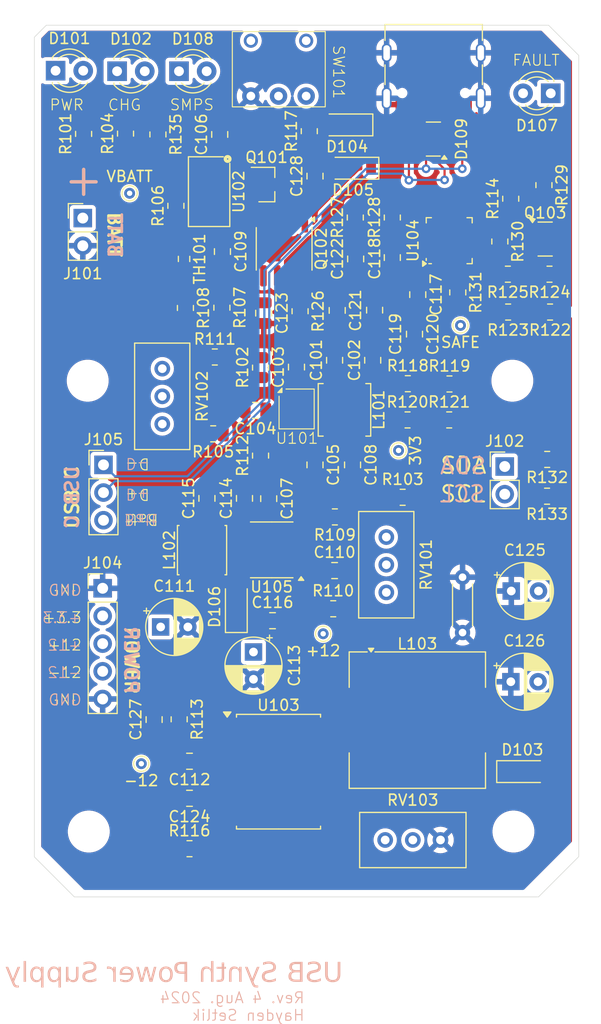
<source format=kicad_pcb>
(kicad_pcb (version 20240108) (generator "pcbnew") (generator_version "8.0")
  (layers (0 "F.Cu" signal) (1 "In1.Cu" signal) (2 "In2.Cu" signal) (31 "B.Cu" signal) (34 "B.Paste" user) (35 "F.Paste" user) (36 "B.SilkS" user "B.Silkscreen") (37 "F.SilkS" user "F.Silkscreen") (38 "B.Mask" user) (39 "F.Mask" user) (44 "Edge.Cuts" user))
  (net 0 "")
  (net 1 "V_PWR")
  (net 2 "GND")
  (net 3 "VCC")
  (net 4 "VDD")
  (net 5 "+3.3V")
  (net 6 "VBATT")
  (net 7 "Net-(U105-Vc)")
  (net 8 "Net-(C110-Pad2)")
  (net 9 "Net-(R103-Pad1)")
  (net 10 "+12V")
  (net 11 "-12V")
  (net 12 "Net-(D101-K)")
  (net 13 "Net-(D101-A)")
  (net 14 "Net-(D102-A)")
  (net 15 "Net-(D102-K)")
  (net 16 "Net-(U101-VAUX)")
  (net 17 "Net-(U101-L2)")
  (net 18 "Net-(U101-L1)")
  (net 19 "Net-(D106-A)")
  (net 20 "Net-(U104-VCCD)")
  (net 22 "Net-(C121-Pad2)")
  (net 24 "BATT_REF")
  (net 25 "Net-(U102-PROG)")
  (net 26 "Net-(U105-FB)")
  (net 27 "Net-(U102-THERM)")
  (net 29 "Net-(U101-EN)")
  (net 30 "USBC_D+")
  (net 31 "USBC_D-")
  (net 32 "/VBUS")
  (net 33 "Net-(D107-K)")
  (net 34 "SCL")
  (net 35 "SDA")
  (net 36 "/CC2")
  (net 37 "/CC1")
  (net 38 "Net-(Q102A-G1)")
  (net 39 "Net-(Q102A-S1)")
  (net 40 "Net-(Q103-D)")
  (net 41 "Net-(Q103-G)")
  (net 42 "Net-(U104-FLIP)")
  (net 43 "/VBUS_MIN")
  (net 44 "/VBUS_MAX")
  (net 45 "/I_COARSE")
  (net 46 "/I_FINE")
  (net 47 "Net-(U104-VBUS_FET_EN)")
  (net 48 "Net-(U104-SAFE_PWR_EN)")
  (net 49 "Net-(R131-Pad2)")
  (net 56 "Net-(U101-FB)")
  (net 57 "Net-(R111-Pad1)")
  (net 58 "Net-(U101-PG)")
  (net 60 "Net-(U103-CAP)")
  (net 61 "Net-(D103-K)")
  (net 63 "Net-(D105-A)")
  (net 64 "Net-(U103-FB2)")
  (net 65 "Net-(U103-DC)")
  (net 67 "Net-(D108-K)")
  (footprint "Resistor_SMD:R_0805_2012Metric" (layer "F.Cu") (at 4.525 9.975 90)
    (property "Reference" "R101")
    (property "Value" "470")
  )
  (footprint "Diode_SMD:D_SOD-123" (layer "F.Cu") (at 29.275 13.125 180)
    (property "Reference" "D105")
    (property "Value" "PMEG3030")
  )
  (footprint "Capacitor_SMD:C_0805_2012Metric" (layer "F.Cu") (at 14.25 67.55 180)
    (property "Reference" "C112")
    (property "Value" "1n")
  )
  (footprint "Resistor_SMD:R_0805_2012Metric" (layer "F.Cu") (at 47.1 39.85 180)
    (property "Reference" "R132")
    (property "Value" "2k2")
  )
  (footprint "Connector_USB:USB_C_Receptacle_Palconn_UTC16-G" (layer "F.Cu") (at 36.675 4.775 180)
    (property "Reference" "J103" (hide yes))
    (property "Value" "USB_C")
  )
  (footprint "Capacitor_SMD:C_0805_2012Metric" (layer "F.Cu") (at 19.300001 43.425 90)
    (property "Reference" "C114")
    (property "Value" "1u")
  )
  (footprint "Resistor_SMD:R_0805_2012Metric" (layer "F.Cu") (at 13 16.575 90)
    (property "Reference" "R106")
    (property "Value" "3k3")
  )
  (footprint "Connector_PinHeader_2.54mm:PinHeader_1x03_P2.54mm_Vertical" (layer "F.Cu") (at 6.35 40.35)
    (property "Reference" "J105")
    (property "Value" "DATA1")
  )
  (footprint "Capacitor_SMD:C_0805_2012Metric" (layer "F.Cu") (at 20.306853 35.35 180)
    (property "Reference" "C104")
    (property "Value" "100n")
  )
  (footprint "Resistor_SMD:R_0805_2012Metric" (layer "F.Cu") (at 34.3 32.9)
    (property "Reference" "R118")
    (property "Value" "DNP")
  )
  (footprint "Resistor_SMD:R_0805_2012Metric" (layer "F.Cu") (at 43.487499 22.85 180)
    (property "Reference" "R125")
    (property "Value" "100")
  )
  (footprint "TestPoint:TestPoint_THTPad_D1.0mm_Drill0.5mm_VAL" (layer "F.Cu") (at 8.75 15.425 180)
    (property "Reference" "TP103" (hide yes))
    (property "Value" "VBATT")
  )
  (footprint "Capacitor_SMD:C_0805_2012Metric" (layer "F.Cu") (at 15.850001 43.425 90)
    (property "Reference" "C115")
    (property "Value" "22u")
  )
  (footprint "Resistor_SMD:R_0805_2012Metric" (layer "F.Cu") (at 47.0875 43.225 180)
    (property "Reference" "R133")
    (property "Value" "2k2")
  )
  (footprint "PCM_4ms_Package_SOT:SOT-23" (layer "F.Cu") (at 21.325 14.625)
    (property "Reference" "Q101")
    (property "Value" "BSH205G2A")
  )
  (footprint "Capacitor_SMD:C_0805_2012Metric" (layer "F.Cu") (at 24.075 31.375 90)
    (property "Reference" "C103")
    (property "Value" "10u")
  )
  (footprint "Capacitor_SMD:C_0805_2012Metric" (layer "F.Cu") (at 35.2125 24.725 -90)
    (property "Reference" "C117")
    (property "Value" "4u7")
  )
  (footprint "Resistor_SMD:R_0805_2012Metric" (layer "F.Cu") (at 13.3 63.7 -90)
    (property "Reference" "R113")
    (property "Value" "5k1")
  )
  (footprint "TestPoint:TestPoint_THTPad_D1.0mm_Drill0.5mm_VAL" (layer "F.Cu") (at 9.825 67.775)
    (property "Reference" "TP102" (hide yes))
    (property "Value" "-12")
  )
  (footprint "LED_THT:LED_D3.0mm" (layer "F.Cu") (at 13.285 4.225)
    (property "Reference" "D108")
    (property "Value" "SMPS")
  )
  (footprint "Capacitor_THT:CP_Radial_D5.0mm_P2.50mm" (layer "F.Cu") (at 11.6 55.225)
    (property "Reference" "C111")
    (property "Value" "330u")
  )
  (footprint "Resistor_SMD:R_0805_2012Metric" (layer "F.Cu") (at 27.45 53.554999)
    (property "Reference" "R110")
    (property "Value" "33k")
  )
  (footprint "Resistor_SMD:R_0805_2012Metric" (layer "F.Cu") (at 32.875 17.649999 90)
    (property "Reference" "R128")
    (property "Value" "2k2")
  )
  (footprint "TestPoint:TestPoint_THTPad_D1.0mm_Drill0.5mm_VAL" (layer "F.Cu") (at 26.525 55.85)
    (property "Reference" "TP105" (hide yes))
    (property "Value" "+12")
  )
  (footprint "Package_DFN_QFN:QFN-24-1EP_4x4mm_P0.5mm_EP2.75x2.75mm" (layer "F.Cu") (at 38.1 19.775 90)
    (property "Reference" "U104")
    (property "Value" "CYPD3177-24LQ")
  )
  (footprint "Resistor_SMD:R_0805_2012Metric" (layer "F.Cu") (at 34.275 36.225)
    (property "Reference" "R120")
    (property "Value" "DNP")
  )
  (footprint "Resistor_SMD:R_0805_2012Metric" (layer "F.Cu") (at 38.125 32.925)
    (property "Reference" "R119")
    (property "Value" "100")
  )
  (footprint "Capacitor_SMD:C_0805_2012Metric" (layer "F.Cu") (at 31.075 30.75 90)
    (property "Reference" "C102")
    (property "Value" "10u")
  )
  (footprint "Resistor_SMD:R_0805_2012Metric" (layer "F.Cu") (at 38.1 36.225)
    (property "Reference" "R121")
    (property "Value" "100")
  )
  (footprint "Resistor_SMD:R_0805_2012Metric" (layer "F.Cu") (at 17.225 25.925 -90)
    (property "Reference" "R107")
    (property "Value" "33k")
  )
  (footprint "Package_SO:SOIC-8_3.9x4.9mm_P1.27mm" (layer "F.Cu") (at 21.800002 48.15 180)
    (property "Reference" "U105")
    (property "Value" "CS5173")
  )
  (footprint "Resistor_SMD:R_0805_2012Metric" (layer "F.Cu") (at 16.425 37.5 180)
    (property "Reference" "R105")
    (property "Value" "47k")
  )
  (footprint "Resistor_SMD:R_0805_2012Metric" (layer "F.Cu") (at 47.3625 26.325 180)
    (property "Reference" "R122")
    (property "Value" "10k")
  )
  (footprint "TestPoint:TestPoint_THTPad_D1.0mm_Drill0.5mm_VAL" (layer "F.Cu") (at 33.45 39.025 90)
    (property "Reference" "TP101" (hide yes))
    (property "Value" "3V3")
  )
  (footprint "Capacitor_THT:CP_Radial_D5.0mm_P2.50mm" (layer "F.Cu") (at 20.125 57.525 -90)
    (property "Reference" "C113")
    (property "Value" "330u")
  )
  (footprint "Capacitor_SMD:C_0805_2012Metric" (layer "F.Cu") (at 17.025 10.025 90)
    (property "Reference" "C106")
    (property "Value" "2u2")
  )
  (footprint "Package_DFN_QFN:TXN_QFN15" (layer "F.Cu") (at 24.1 35.217456)
    (property "Reference" "U101")
    (property "Value" "TPS63070")
  )
  (footprint "Package_SO:MSOP-10_3x3mm_P0.5mm" (layer "F.Cu") (at 16.05 15.275 -90)
    (property "Reference" "U102")
    (property "Value" "MCP73834T" (hide yes))
  )
  (footprint "LED_THT:LED_D3.0mm" (layer "F.Cu") (at 7.6 4.225)
    (property "Reference" "D102")
    (property "Value" "CHG")
  )
  (footprint "Potentiometer_THT:Potentiometer_Bourns_3296W_Vertical" (layer "F.Cu") (at 37.3 74.775)
    (property "Reference" "RV103")
    (property "Value" "10k")
  )
  (footprint "Resistor_SMD:R_0805_2012Metric" (layer "F.Cu") (at 47.3125 22.85 180)
    (property "Reference" "R124")
    (property "Value" "DNP")
  )
  (footprint "Package_SO:SOIC-8_3.9x4.9mm_P1.27mm" (layer "F.Cu") (at 22.94 20.524999 -90)
    (property "Reference" "Q102")
    (property "Value" "DMP6050SSD")
  )
  (footprint "Resistor_SMD:R_0805_2012Metric" (layer "F.Cu") (at 8.375 9.95 90)
    (property "Reference" "R104")
    (property "Value" "470")
  )
  (footprint "Resistor_SMD:R_0805_2012Metric" (layer "F.Cu") (at 42.75 19.85 -90)
    (property "Reference" "R130")
    (property "Value" "10k")
  )
  (footprint "LED_THT:LED_D3.0mm" (layer "F.Cu") (at 1.95 4.175)
    (property "Reference" "D101")
    (property "Value" "PWR")
  )
  (footprint "Resistor_SMD:R_0805_2012Metric" (layer "F.Cu") (at 38.8875 24.525 -90)
    (property "Reference" "R131")
    (property "Value" "2k2")
  )
  (footprint "Capacitor_SMD:C_0805_2012Metric" (layer "F.Cu") (at 25.775 13.85 90)
    (property "Reference" "C128")
    (property "Value" "1u")
  )
  (footprint "Potentiometer_THT:Potentiometer_Bourns_3296W_Vertical" (layer "F.Cu") (at 32.325 52.054999 -90)
    (property "Reference" "RV101")
    (property "Value" "10k")
  )
  (footprint "Capacitor_SMD:C_0805_2012Metric" (layer "F.Cu") (at 32.875 21.324999 -90)
    (property "Reference" "C118")
    (property "Value" "100n")
  )
  (footprint "Resistor_SMD:R_0805_2012Metric" (layer "F.Cu") (at 13.875 25.95 -90)
    (property "Reference" "R108")
    (property "Value" "100k")
  )
  (footprint "Resistor_SMD:R_0805_2012Metric" (layer "F.Cu") (at 24.405 26.249999 -90)
    (property "Reference" "R126")
    (property "Value" "22k")
  )
  (footprint "Capacitor_THT:CP_Radial_D5.0mm_P2.50mm" (layer "F.Cu") (at 43.8 51.925)
    (property "Reference" "C125")
    (property "Value" "220u")
  )
  (footprint "Resistor_SMD:R_0805_2012Metric" (layer "F.Cu") (at 43.75 15.925 90)
    (property "Reference" "R114")
    (property "Value" "4k7")
  )
  (footprint "Resistor_SMD:R_0805_2012Metric" (layer "F.Cu") (at 43.5125 26.325 180)
    (property "Reference" "R123")
    (property "Value" "5k1")
  )
  (footprint "Capacitor_SMD:C_0805_2012Metric" (layer "F.Cu") (at 27.575001 50.05)
    (property "Reference" "C110")
    (property "Value" "10n")
  )
  (footprint "Connector_PinHeader_2.54mm:PinHeader_1x05_P2.54mm_Vertical" (layer "F.Cu") (at 6.275 51.675)
    (property "Reference" "J104")
    (property "Value" "PWR")
  )
  (footprint "Package_TO_SOT_SMD:SOT-143" (layer "F.Cu") (at 36.65 10.45 180)
    (property "Reference" "D109")
    (property "Value" "SP0503BAHT")
  )
  (footprint "Diode_SMD:D_SOD-123" (layer "F.Cu") (at 28.725 9.15 180)
    (property "Reference" "D104")
    (property "Value" "PMEG3030")
  )
  (footprint "Resistor_SMD:R_0805_2012Metric" (layer "F.Cu") (at 11.35 10.025 -90)
    (property "Reference" "R135")
    (property "Value" "470")
  )
  (footprint "Capacitor_SMD:C_0805_2012Metric" (layer "F.Cu") (at 34.9125 28.35 -90)
    (property "Reference" "C120")
    (property "Value" "4u7")
  )
  (footprint "Resistor_SMD:R_0805_2012Metric" (layer "F.Cu") (at 20.775 31.425 -90)
    (property "Reference" "R102")
    (property "Value" "10k")
  )
  (footprint "Capacitor_SMD:C_0805_2012Metric" (layer "F.Cu") (at 11 63.725 90)
    (property "Reference" "C127")
    (property "Value" "10u")
  )
  (footprint "Capacitor_SMD:C_0805_2012Metric" (layer "F.Cu") (at 21.065 26.424999 -90)
    (property "Reference" "C123")
    (property "Value" "1u")
  )
  (footprint "Resistor_SMD:R_0805_2012Metric" (layer "F.Cu") (at 16.575 30.45)
    (property "Reference" "R111")
    (property "Value" "5k1")
  )
  (footprint "Resistor_SMD:R_0805_2012Metric" (layer "F.Cu") (at 29.475 17.649999 90)
    (property "Reference" "R127")
    (property "Value" "2k2")
  )
  (footprint "Potentiometer_THT:Potentiometer_Bourns_3296W_Vertical" (layer "F.Cu") (at 11.75 36.6 -90)
    (property "Reference" "RV102")
    (property "Value" "10k")
  )
  (footprint "Connector_PinHeader_2.54mm:PinHeader_1x02_P2.54mm_Vertical" (layer "F.Cu") (at 4.45 17.7)
    (property "Reference" "J101")
    (property "Value" "BATTERY")
  )
  (footprint "TestPoint:TestPoint_THTPad_D1.0mm_Drill0.5mm_VAL" (layer "F.Cu") (at 39.1375 27.55)
    (property "Reference" "TP104" (hide yes))
    (property "Value" "SAFE")
  )
  (footprint "Diode_SMD:D_SOD-123" (layer "F.Cu") (at 18.550002 53.375 90)
    (property "Reference" "D106")
    (property "Value" "PMEG3030")
  )
  (footprint "Package_SO:SOIC-16W_7.5x10.3mm_P1.27mm" (layer "F.Cu") (at 22.425 68.505)
    (property "Reference" "U103")
    (property "Value" "NCV33163")
  )
  (footprint "Capacitor_SMD:C_0805_2012Metric" (layer "F.Cu") (at 27.815 26.174999 -90)
    (property "Reference" "C121")
    (property "Value" "4u7")
  )
  (footprint "Capacitor_SMD:C_0805_2012Metric" (layer "F.Cu") (at 31.25 26.15 -90)
    (property "Reference" "C119")
    (property "Value" "100n")
  )
  (footprint "Resistor_SMD:R_0805_2012Metric" (layer "F.Cu") (at 46.8 14.675 -90)
    (property "Reference" "R129")
    (property "Value" "10k")
  )
  (footprint "Resistor_SMD:R_0805_2012Metric" (layer "F.Cu") (at 33.825 43.325)
    (property "Reference" "R103")
    (property "Value" "1k")
  )
  (footprint "Resistor_THT:R_Axial_DIN0204_L3.6mm_D1.6mm_P5.08mm_Horizontal" (layer "F.Cu") (at 39.325 55.74 90)
    (property "Reference" "R115" (hide yes))
    (property "Value" "LOOP")
  )
  (footprint "Capacitor_SMD:C_0805_2012Metric" (layer "F.Cu") (at 14.25 70.95 180)
    (property "Reference" "C124")
    (property "Value" "1u")
  )
  (footprint "Capacitor_THT:CP_Radial_D5.0mm_P2.50mm" (layer "F.Cu") (at 43.760113 60.25)
    (property "Reference" "C126")
    (property "Value" "220u")
  )
  (footprint "Inductor_SMD:L_Coilcraft_XAL4020-XXX" (layer "F.Cu") (at 28.481853 35.3 -90)
    (property "Reference" "L101")
    (property "Value" "1u5")
  )
  (footprint "Inductor_SMD:L_Changjiang_FNR4010S" (layer "F.Cu") (at 15.400001 48.175 90)
    (property "Reference" "L102")
    (property "Value" "22uH")
  )
  (footprint "Package_TO_SOT_SMD:SOT-23" (layer "F.Cu") (at 46.9125 19.625)
    (property "Reference" "Q103")
    (property "Value" "2N7002H")
  )
  (footprint "Capacitor_SMD:C_0805_2012Metric" (layer "F.Cu") (at 27.575 30.749999 90)
    (property "Reference" "C101")
    (property "Value" "10u")
  )
  (footprint "Resistor_SMD:R_0805_2012Metric" (layer "F.Cu") (at 14.25 75.575)
    (property "Reference" "R116")
    (property "Value" "0.075")
  )
  (footprint "LED_THT:LED_D3.0mm" (layer "F.Cu") (at 47.425 6.25 180)
    (property "Reference" "D107")
    (property "Value" "USB")
  )
  (footprint "MountingHole:MountingHole_3.5mm" (layer "F.Cu") (at 43.9 32.625)
    (property "Reference" "REF**" (hide yes))
    (property "Value" "MountingHole_3.5mm")
  )
  (footprint "MountingHole:MountingHole_3.5mm" (layer "F.Cu") (at 44 74)
    (property "Reference" "REF**" (hide yes))
    (property "Value" "MountingHole_3.5mm")
  )
  (footprint "Inductor_SMD:L_Coilcraft_MSS1278-XXX" (layer "F.Cu") (at 35.175 63.775)
    (property "Reference" "L103")
    (property "Value" "180u")
  )
  (footprint "Button_Switch_THT:SW_NKK_B12JH_SPDT" (layer "F.Cu") (at 24.964201 6.5021 180)
    (property "Reference" "SW101")
    (property "Value" "SW_SPDT")
  )
  (footprint "Diode_SMD:D_SOD-123" (layer "F.Cu") (at 44.825 68.5)
    (property "Reference" "D103")
    (property "Value" "PMEG3030")
  )
  (footprint "Capacitor_SMD:C_0805_2012Metric" (layer "F.Cu") (at 21.525 43.45 -90)
    (property "Reference" "C107")
    (property "Value" "22u")
  )
  (footprint "MountingHole:MountingHole_3.5mm" (layer "F.Cu") (at 5 74)
    (property "Reference" "REF**" (hide yes))
    (property "Value" "MountingHole_3.5mm")
  )
  (footprint "Connector_PinHeader_2.54mm:PinHeader_1x02_P2.54mm_Vertical" (layer "F.Cu") (at 43.2 40.5)
    (property "Reference" "J102")
    (property "Value" "I2C")
  )
  (footprint "Resistor_SMD:R_0805_2012Metric" (layer "F.Cu") (at 25.25 9.725 90)
    (property "Reference" "R117")
    (property "Value" "10k")
  )
  (footprint "Resistor_SMD:R_0805_2012Metric" (layer "F.Cu") (at 20.775 39.5 90)
    (property "Reference" "R112")
    (property "Value" "100k")
  )
  (footprint "Capacitor_SMD:C_0805_2012Metric" (layer "F.Cu") (at 21.875002 54.65)
    (property "Reference" "C116")
    (property "Value" "22u")
  )
  (footprint "MountingHole:MountingHole_3.5mm" (layer "F.Cu") (at 4.9 32.625)
    (property "Reference" "REF**" (hide yes))
    (property "Value" "MountingHole_3.5mm")
  )
  (footprint "Capacitor_SMD:C_0805_2012Metric" (layer "F.Cu") (at 29.225 40.35 -90)
    (property "Reference" "C108")
    (property "Value" "22u")
  )
  (footprint "Resistor_SMD:R_0603_1608Metric" (layer "F.Cu") (at 13.75 21.45 -90)
    (property "Reference" "TH101")
    (property "Value" "10k")
  )
  (footprint "Resistor_SMD:R_0805_2012Metric" (layer "F.Cu") (at 27.6 45.125 180)
    (property "Reference" "R109")
    (property "Value" "4k7")
  )
  (footprint "Capacitor_SMD:C_0805_2012Metric" (layer "F.Cu") (at 17.275 20.775 -90)
    (property "Reference" "C109")
    (property "Value" "10u")
  )
  (footprint "Capacitor_SMD:C_0805_2012Metric" (layer "F.Cu") (at 25.775 40.35 -90)
    (property "Reference" "C105")
    (property "Value" "10u")
  )
  (footprint "Capacitor_SMD:C_0805_2012Metric" (layer "F.Cu") (at 29.51 21.449999 90)
    (property "Reference" "C122")
    (property "Value" "100n")
  )
  (gr_poly (pts (xy 1.1 0) (xy 47.225 0) (xy 50 2.775) (xy 50 76.3) (xy 46.3 80) (xy 3.675 80) (xy 0 76.325) (xy 0 1.1)) (stroke (width 0.05)) (fill none) (layer "Edge.Cuts"))
  (gr_text "POWER" (at 8.195 61.49 270) (layer "B.SilkS") (effects (font (size 1.2 1.2) (thickness 0.24) (bold yes)) (justify left bottom mirror)))
  (gr_text "Batt" (at 8.175 44.775 180) (layer "B.SilkS") (effects (font (size 1 1) (thickness 0.1)) (justify left bottom mirror)))
  (gr_text "BATT" (at 6.675 21.475 270) (layer "B.SilkS") (effects (font (size 1.2 1.2) (thickness 0.24) (bold yes)) (justify left bottom mirror)))
  (gr_text "SCL" (at 41.5 43.9 0) (layer "B.SilkS") (effects (font (size 1.5 1.5) (thickness 0.1875)) (justify left bottom mirror)))
  (gr_text "D+" (at 8.325 42.455 180) (layer "B.SilkS") (effects (font (size 1 1) (thickness 0.1)) (justify left bottom mirror)))
  (gr_text "+12" (at 4.405 57.48 0) (layer "B.SilkS") (effects (font (size 1 1) (thickness 0.1)) (justify left bottom mirror)))
  (gr_text "D-" (at 8.320001 39.645 180) (layer "B.SilkS") (effects (font (size 1 1) (thickness 0.1)) (justify left bottom mirror)))
  (gr_text "+" (at 2.475 15.9 0) (layer "B.SilkS") (effects (font (size 3 3) (thickness 0.3) (bold yes)) (justify left bottom)))
  (gr_text "-12" (at 4.405 59.995 0) (layer "B.SilkS") (effects (font (size 1 1) (thickness 0.1)) (justify left bottom mirror)))
  (gr_text "+3.3" (at 4.405 54.965 0) (layer "B.SilkS") (effects (font (size 1 1) (thickness 0.1)) (justify left bottom mirror)))
  (gr_text "USB C" (at 4.165 40.315 90) (layer "B.SilkS") (effects (font (size 1.2 1.2) (thickness 0.24) (bold yes)) (justify left bottom mirror)))
  (gr_text "GND" (at 4.405 62.51 0) (layer "B.SilkS") (effects (font (size 1 1) (thickness 0.1)) (justify left bottom mirror)))
  (gr_text "USB Synth Power Supply" (at 28.325 88.1 0) (layer "B.SilkS") (effects (font (size 1.8 1.8) (thickness 0.1)) (justify left bottom mirror)))
  (gr_text "Rev. 4 Aug. 2024\nHayden Setlik" (at 24.875 91.45 0) (layer "B.SilkS") (effects (font (size 1 1) (thickness 0.1)) (justify left bottom mirror)))
  (gr_text "SDA" (at 41.6 41.325 0) (layer "B.SilkS") (effects (font (size 1.5 1.5) (thickness 0.1875)) (justify left bottom mirror)))
  (gr_text "GND" (at 4.405 52.45 0) (layer "B.SilkS") (effects (font (size 1 1) (thickness 0.1)) (justify left bottom mirror)))
  (gr_text "+12" (at 1.139762 57.47 0) (layer "F.SilkS") (effects (font (size 1 1) (thickness 0.1)) (justify left bottom)))
  (gr_text "CHG" (at 6.7 7.9 0) (layer "F.SilkS") (effects (font (size 1 1) (thickness 0.1)) (justify left bottom)))
  (gr_text "D-" (at 10.65 39.675 180) (layer "F.SilkS") (effects (font (size 1 1) (thickness 0.1)) (justify left bottom)))
  (gr_text "SMPS" (at 12.38 7.89 0) (layer "F.SilkS") (effects (font (size 1 1) (thickness 0.1)) (justify left bottom)))
  (gr_text "USB C" (at 4.175 46.335 90) (layer "F.SilkS") (effects (font (size 1.2 1.2) (thickness 0.24) (bold yes)) (justify left bottom)))
  (gr_text "POWER" (at 8.235 55.08 270) (layer "F.SilkS") (effects (font (size 1.2 1.2) (thickness 0.24) (bold yes)) (justify left bottom)))
  (gr_text "Batt" (at 11.45 44.775 180) (layer "F.SilkS") (effects (font (size 1 1) (thickness 0.1)) (justify left bottom)))
  (gr_text "+3.3" (at 0.663572 54.955 0) (layer "F.SilkS") (effects (font (size 1 1) (thickness 0.1)) (justify left bottom)))
  (gr_text "-12" (at 1.139762 59.985 0) (layer "F.SilkS") (effects (font (size 1 1) (thickness 0.1)) (justify left bottom)))
  (gr_text "BATT" (at 6.65 17.025 270) (layer "F.SilkS") (effects (font (size 1.2 1.2) (thickness 0.24) (bold yes)) (justify left bottom)))
  (gr_text "GND" (at 1.235 52.44 0) (layer "F.SilkS") (effects (font (size 1 1) (thickness 0.1)) (justify left bottom)))
  (gr_text "+" (at 2.475 15.9 0) (layer "F.SilkS") (effects (font (size 3 3) (thickness 0.3) (bold yes)) (justify left bottom)))
  (gr_text "GND" (at 1.235 62.5 0) (layer "F.SilkS") (effects (font (size 1 1) (thickness 0.1)) (justify left bottom)))
  (gr_text "D+" (at 10.655 42.485 180) (layer "F.SilkS") (effects (font (size 1 1) (thickness 0.1)) (justify left bottom)))
  (gr_text "SCL" (at 37.175 43.9 0) (layer "F.SilkS") (effects (font (size 1.5 1.5) (thickness 0.1875)) (justify left bottom)))
  (gr_text "PWR" (at 1.34 7.9 0) (layer "F.SilkS") (effects (font (size 1 1) (thickness 0.1)) (justify left bottom)))
  (gr_text "FAULT" (at 43.85 3.8 0) (layer "F.SilkS") (effects (font (size 1 1) (thickness 0.1)) (justify left bottom)))
  (gr_text "SDA" (at 37.175 41.275 0) (layer "F.SilkS") (effects (font (size 1.5 1.5) (thickness 0.1875)) (justify left bottom)))
  (segment (start 35.925 8.115001) (end 34.4 9.640001) (width 0.2) (layer "F.Cu") (net 30))
  (segment (start 35.925 7.285) (end 35.925 8.115001) (width 0.2) (layer "F.Cu") (net 30))
  (segment (start 36.925 8.775) (end 37.65 9.5) (width 0.2) (layer "F.Cu") (net 30))
  (segment (start 37.675 13.225) (end 37.675 14.2) (width 0.2) (layer "F.Cu") (net 30))
  (segment (start 37.65 9.5) (end 36.925 10.225) (width 0.2) (layer "F.Cu") (net 30))
  (segment (start 36.925 12.475) (end 37.675 13.225) (width 0.2) (layer "F.Cu") (net 30))
  (segment (start 36.925 7.285) (end 36.925 8.775) (width 0.2) (layer "F.Cu") (net 30))
  (segment (start 34.4 9.640001) (end 34.4 14.225) (width 0.2) (layer "F.Cu") (net 30))
  (segment (start 36.925 10.225) (end 36.925 12.475) (width 0.2) (layer "F.Cu") (net 30))
  (via (at 37.675 14.2) (size 0.8) (drill 0.4) (layers "F.Cu" "B.Cu") (net 30))
  (via (at 34.4 14.225) (size 0.8) (drill 0.4) (layers "F.Cu" "B.Cu") (net 30))
  (segment (start 34.4 14.225) (end 33.800001 13.625001) (width 0.2) (layer "B.Cu") (net 30))
  (segment (start 14.248199 41.845001) (end 7.394999 41.845001) (width 0.2) (layer "B.Cu") (net 30))
  (segment (start 21.575 22.6932) (end 21.575 34.5182) (width 0.2) (layer "B.Cu") (net 30))
  (segment (start 21.575 34.5182) (end 14.248199 41.845001) (width 0.2) (layer "B.Cu") (net 30))
  (segment (start 34.425 14.2) (end 34.4 14.225) (width 0.2) (layer "B.Cu") (net 30))
  (segment (start 37.675 14.2) (end 34.425 14.2) (width 0.2) (layer "B.Cu") (net 30))
  (segment (start 7.394999 41.845001) (end 6.35 42.89) (width 0.2) (layer "B.Cu") (net 30))
  (segment (start 30.643199 13.625001) (end 21.575 22.6932) (width 0.2) (layer "B.Cu") (net 30))
  (segment (start 33.800001 13.625001) (end 30.643199 13.625001) (width 0.2) (layer "B.Cu") (net 30))
  (segment (start 36.425 8.725) (end 35.65 9.5) (width 0.2) (layer "F.Cu") (net 31))
  (segment (start 39.3 10.025) (end 39.3 13.175) (width 0.2) (layer "F.Cu") (net 31))
  (segment (start 35.975 12.275) (end 35.975 13.175) (width 0.2) (layer "F.Cu") (net 31))
  (segment (start 36.475 10.325) (end 36.475 11.775) (width 0.2) (layer "F.Cu") (net 31))
  (segment (start 37.425 8.15) (end 38.9 9.625) (width 0.2) (layer "F.Cu") (net 31))
  (segment (start 36.475 11.775) (end 35.975 12.275) (width 0.2) (layer "F.Cu") (net 31))
  (segment (start 35.65 9.5) (end 36.475 10.325) (width 0.2) (layer "F.Cu") (net 31))
  (segment (start 38.9 9.625) (end 39.3 10.025) (width 0.2) (layer "F.Cu") (net 31))
  (segment (start 37.425 7.285) (end 37.425 8.15) (width 0.2) (layer "F.Cu") (net 31))
  (segment (start 36.425 7.285) (end 36.425 8.725) (width 0.2) (layer "F.Cu") (net 31))
  (via (at 35.975 13.175) (size 0.8) (drill 0.4) (layers "F.Cu" "B.Cu") (net 31))
  (via (at 39.3 13.175) (size 0.8) (drill 0.4) (layers "F.Cu" "B.Cu") (net 31))
  (segment (start 35.975 13.175) (end 30.4568 13.175) (width 0.2) (layer "B.Cu") (net 31))
  (segment (start 21.125 34.3318) (end 14.061801 41.394999) (width 0.2) (layer "B.Cu") (net 31))
  (segment (start 35.975 13.175) (end 39.3 13.175) (width 0.2) (layer "B.Cu") (net 31))
  (segment (start 21.125 22.5068) (end 21.125 34.3318) (width 0.2) (layer "B.Cu") (net 31))
  (segment (start 7.394999 41.394999) (end 6.35 40.35) (width 0.2) (layer "B.Cu") (net 31))
  (segment (start 14.061801 41.394999) (end 7.394999 41.394999) (width 0.2) (layer "B.Cu") (net 31))
  (segment (start 30.4568 13.175) (end 21.125 22.5068) (width 0.2) (layer "B.Cu") (net 31))
  (zone (net 2) (net_name "GND") (layer "F.Cu") (priority 1) (connect_pads (clearance 0.35)) (min_thickness 0.25) (fill yes (thermal_gap 0.5) (thermal_bridge_width 0.5))
    (polygon (pts (xy 1.325 0.5) (xy 46.575 0.5) (xy 49.375 3.3) (xy 49.375 74.925) (xy 44.975 79.325) (xy 4.55 79.325) (xy 0.625 75.4) (xy 0.625 1.2)))
  )
  (zone (net 32) (net_name "/VBUS") (layer "F.Cu") (priority 2) (connect_pads thru_hole_only (clearance 0.35)) (min_thickness 0.25) (fill yes (thermal_gap 0.5) (thermal_bridge_width 0.5))
    (polygon (pts (xy 33.1 7.375) (xy 34.1 6.375) (xy 39.575 6.375) (xy 40.725 7.525) (xy 40.725 13.8) (xy 38 16.525) (xy 34.65 16.525) (xy 28.775 22.4) (xy 28.775 24.925) (xy 28.8 24.95) (xy 28.8 25.825) (xy 28.525 26.1) (xy 23.625 26.1) (xy 22.925 25.4) (xy 22.925 21.575) (xy 26.375 18.125) (xy 26.375 17.275) (xy 29.55 14.1) (xy 29.575 14.1) (xy 33.1 10.575)))
  )
  (zone (net 2) (net_name "GND") (layer "B.Cu") (priority 1) (connect_pads (clearance 0.35)) (min_thickness 0.25) (fill yes (thermal_gap 0.5) (thermal_bridge_width 0.5))
    (polygon (pts (xy 4.585 79.36) (xy 0.635 75.41) (xy 0.635 1.21) (xy 1.335 0.51) (xy 46.565 0.51) (xy 49.29 3.235) (xy 49.29 75.01) (xy 44.94 79.36)))
  )
)
</source>
